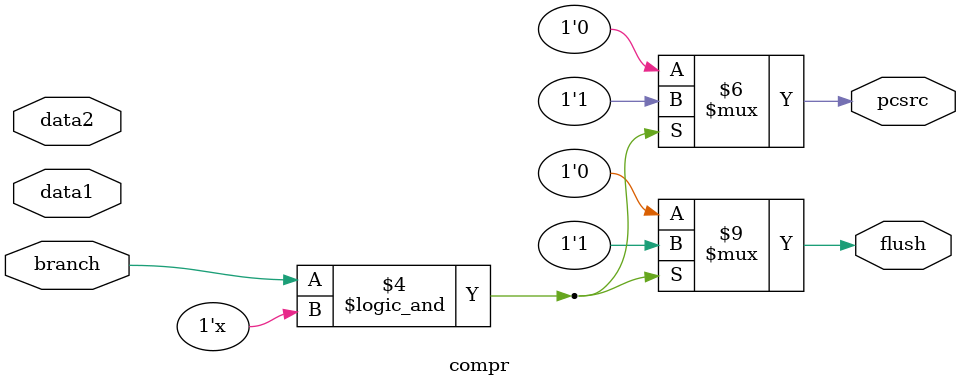
<source format=v>
module compr(input [31:0] data1, data2, input branch, output reg flush, pcsrc);
    reg temp;
    always @ (data1, data2) begin
        temp <= data1 - data2;
        if (branch && (temp == 0)) begin
            flush <= 1;
            pcsrc <= 1;
        end
        else begin
            flush <= 0;
            pcsrc <= 0;
        end
    end
endmodule
</source>
